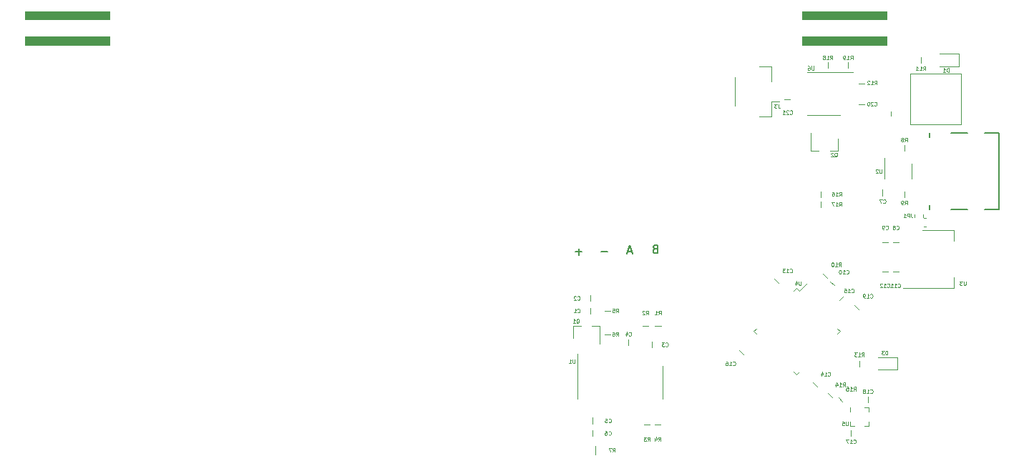
<source format=gbo>
G04 #@! TF.GenerationSoftware,KiCad,Pcbnew,5.1.5-52549c5~84~ubuntu19.10.1*
G04 #@! TF.CreationDate,2020-03-02T03:11:21+01:00*
G04 #@! TF.ProjectId,scale,7363616c-652e-46b6-9963-61645f706362,rev?*
G04 #@! TF.SameCoordinates,Original*
G04 #@! TF.FileFunction,Legend,Bot*
G04 #@! TF.FilePolarity,Positive*
%FSLAX46Y46*%
G04 Gerber Fmt 4.6, Leading zero omitted, Abs format (unit mm)*
G04 Created by KiCad (PCBNEW 5.1.5-52549c5~84~ubuntu19.10.1) date 2020-03-02 03:11:21*
%MOMM*%
%LPD*%
G04 APERTURE LIST*
%ADD10C,0.100000*%
%ADD11C,0.200000*%
%ADD12C,0.120000*%
%ADD13C,0.150000*%
G04 APERTURE END LIST*
D10*
G36*
X123000000Y-99000000D02*
G01*
X113000000Y-99000000D01*
X113000000Y-98000000D01*
X123000000Y-98000000D01*
X123000000Y-99000000D01*
G37*
X123000000Y-99000000D02*
X113000000Y-99000000D01*
X113000000Y-98000000D01*
X123000000Y-98000000D01*
X123000000Y-99000000D01*
G36*
X123000000Y-102000000D02*
G01*
X113000000Y-102000000D01*
X113000000Y-101000000D01*
X123000000Y-101000000D01*
X123000000Y-102000000D01*
G37*
X123000000Y-102000000D02*
X113000000Y-102000000D01*
X113000000Y-101000000D01*
X123000000Y-101000000D01*
X123000000Y-102000000D01*
G36*
X215000000Y-102000000D02*
G01*
X205000000Y-102000000D01*
X205000000Y-101000000D01*
X215000000Y-101000000D01*
X215000000Y-102000000D01*
G37*
X215000000Y-102000000D02*
X205000000Y-102000000D01*
X205000000Y-101000000D01*
X215000000Y-101000000D01*
X215000000Y-102000000D01*
G36*
X215000000Y-99000000D02*
G01*
X205000000Y-99000000D01*
X205000000Y-98000000D01*
X215000000Y-98000000D01*
X215000000Y-99000000D01*
G37*
X215000000Y-99000000D02*
X205000000Y-99000000D01*
X205000000Y-98000000D01*
X215000000Y-98000000D01*
X215000000Y-99000000D01*
D11*
X187578571Y-126153571D02*
X187435714Y-126201190D01*
X187388095Y-126248809D01*
X187340476Y-126344047D01*
X187340476Y-126486904D01*
X187388095Y-126582142D01*
X187435714Y-126629761D01*
X187530952Y-126677380D01*
X187911904Y-126677380D01*
X187911904Y-125677380D01*
X187578571Y-125677380D01*
X187483333Y-125725000D01*
X187435714Y-125772619D01*
X187388095Y-125867857D01*
X187388095Y-125963095D01*
X187435714Y-126058333D01*
X187483333Y-126105952D01*
X187578571Y-126153571D01*
X187911904Y-126153571D01*
X184788095Y-126441666D02*
X184311904Y-126441666D01*
X184883333Y-126727380D02*
X184550000Y-125727380D01*
X184216666Y-126727380D01*
X181980952Y-126496428D02*
X181219047Y-126496428D01*
X178930952Y-126496427D02*
X178169047Y-126496427D01*
X178550000Y-126877379D02*
X178550000Y-126115475D01*
D12*
X215475000Y-109850000D02*
X215474999Y-110350000D01*
X223800000Y-105400000D02*
X217800000Y-105400000D01*
X223800000Y-111400000D02*
X223800000Y-105400000D01*
X217800000Y-111400000D02*
X217800000Y-105400000D01*
X223800000Y-111400000D02*
X217800000Y-111400000D01*
X211650000Y-109000000D02*
X212350000Y-109000000D01*
X197040000Y-109215000D02*
X197040000Y-105785000D01*
X201310000Y-104515000D02*
X201310000Y-106315000D01*
X199860000Y-104515000D02*
X201310000Y-104515000D01*
X201310000Y-108685000D02*
X202300000Y-108685000D01*
X201310000Y-110485000D02*
X201310000Y-108685000D01*
X199860000Y-110485000D02*
X201310000Y-110485000D01*
X219337221Y-123510000D02*
X219662779Y-123510000D01*
X219337221Y-122490000D02*
X219662779Y-122490000D01*
X218240000Y-122412779D02*
X218240000Y-122087221D01*
X219260000Y-122412779D02*
X219260000Y-122087221D01*
X207500000Y-105190000D02*
X210950000Y-105190000D01*
X207500000Y-105190000D02*
X205550000Y-105190000D01*
X207500000Y-110310000D02*
X209450000Y-110310000D01*
X207500000Y-110310000D02*
X205550000Y-110310000D01*
X210400000Y-104050000D02*
X210400000Y-104750000D01*
X208000000Y-104050000D02*
X208000000Y-104750000D01*
X212350000Y-106600000D02*
X211650000Y-106600000D01*
X219000000Y-103450000D02*
X219000000Y-104150000D01*
X223485000Y-104535001D02*
X221200000Y-104535001D01*
X223485000Y-103065001D02*
X223485000Y-104535001D01*
X221200000Y-103065001D02*
X223485000Y-103065001D01*
X202850000Y-108400000D02*
X203550000Y-108400000D01*
X178363223Y-142005329D02*
X178363223Y-138555329D01*
X178363223Y-142005329D02*
X178363223Y-143955329D01*
X188483223Y-142005329D02*
X188483223Y-140055329D01*
X188483223Y-142005329D02*
X188483223Y-143955329D01*
X204636396Y-131111846D02*
X205548564Y-130199678D01*
X204318198Y-130793648D02*
X204636396Y-131111846D01*
X204000000Y-131111846D02*
X204318198Y-130793648D01*
X199212887Y-135898959D02*
X199531085Y-136217157D01*
X199531085Y-135580761D02*
X199212887Y-135898959D01*
X209423509Y-135898959D02*
X209105311Y-135580761D01*
X209105311Y-136217157D02*
X209423509Y-135898959D01*
X204318198Y-141004270D02*
X204000000Y-140686072D01*
X204636396Y-140686072D02*
X204318198Y-141004270D01*
X211141779Y-132823045D02*
X211636753Y-133318019D01*
X210650000Y-144900000D02*
X210650000Y-144900000D01*
X210650000Y-145400000D02*
X210650000Y-144900000D01*
X212350000Y-144900000D02*
X212350000Y-144900000D01*
X212850000Y-144900000D02*
X212350000Y-144900000D01*
X212850000Y-145400000D02*
X212850000Y-144900000D01*
X212850000Y-146600000D02*
X212850000Y-146600000D01*
X212850000Y-147100000D02*
X212850000Y-146600000D01*
X212350000Y-147100000D02*
X212850000Y-147100000D01*
X211150000Y-147100000D02*
X211150000Y-147100000D01*
X210650000Y-147100000D02*
X211150000Y-147100000D01*
X210650000Y-146600000D02*
X210650000Y-147100000D01*
X207165938Y-121234567D02*
X207165938Y-120534567D01*
X207165938Y-119334567D02*
X207165938Y-120034567D01*
X209252513Y-143752513D02*
X209747487Y-144247487D01*
X208497487Y-143747487D02*
X208002513Y-143252513D01*
X211750000Y-139400000D02*
X211750000Y-140100000D01*
X207429469Y-129110735D02*
X207924443Y-129605709D01*
X217050000Y-119350000D02*
X217050000Y-120050000D01*
X217050000Y-114550000D02*
X217050000Y-113850000D01*
X180500000Y-150500000D02*
X180500000Y-149500000D01*
X181573224Y-136255330D02*
X182273224Y-136255330D01*
X182273224Y-133505331D02*
X181573224Y-133505331D01*
X188223223Y-147005330D02*
X187523223Y-147005330D01*
X186948223Y-147005330D02*
X186248223Y-147005330D01*
X186073224Y-135255330D02*
X186773224Y-135255330D01*
X187573223Y-135255330D02*
X188273223Y-135255330D01*
X212750000Y-143650000D02*
X212750000Y-144350000D01*
X210750000Y-147650000D02*
X210750000Y-148350000D01*
X197565329Y-138197057D02*
X198060303Y-138692031D01*
X209868986Y-131762385D02*
X209374012Y-132257359D01*
X206722361Y-142475052D02*
X206227387Y-141980078D01*
X201666548Y-129711775D02*
X202161522Y-130206749D01*
X215150000Y-128850000D02*
X214450000Y-128850000D01*
X216399999Y-128850000D02*
X215699999Y-128850000D01*
X208313352Y-129994618D02*
X208808326Y-130489592D01*
X215150001Y-125350000D02*
X214450001Y-125350000D01*
X216400000Y-125350000D02*
X215700000Y-125350000D01*
X214500000Y-119850000D02*
X214500000Y-119150000D01*
X180173223Y-147655330D02*
X180173223Y-148355330D01*
X180173223Y-146155331D02*
X180173223Y-146855331D01*
X184423224Y-137605330D02*
X184423224Y-136905330D01*
X187173223Y-137855329D02*
X187173223Y-137155329D01*
X179923224Y-131655330D02*
X179923224Y-132355330D01*
X179923224Y-133155330D02*
X179923224Y-133855330D01*
X177843224Y-135245330D02*
X177843224Y-136705330D01*
X181003224Y-135245330D02*
X181003224Y-137405330D01*
X181003224Y-135245330D02*
X180073224Y-135245330D01*
X177843224Y-135245330D02*
X178773224Y-135245330D01*
D13*
X220050000Y-120950000D02*
X220050000Y-121450000D01*
X220050000Y-112450000D02*
X220050000Y-112950000D01*
X222550000Y-112450000D02*
X224550000Y-112450000D01*
X224550000Y-121450000D02*
X222550000Y-121450000D01*
X226550000Y-121450000D02*
X228245000Y-121450000D01*
X228245000Y-112450000D02*
X226550000Y-112450000D01*
X228245000Y-121450000D02*
X228245000Y-112450000D01*
D12*
X216950000Y-130760001D02*
X222960000Y-130760001D01*
X219200000Y-123940001D02*
X222960000Y-123940001D01*
X222960000Y-130760001D02*
X222960000Y-129500001D01*
X222960000Y-123940001D02*
X222960000Y-125200001D01*
X214690000Y-117850000D02*
X214690000Y-115400000D01*
X217910000Y-116050000D02*
X217910000Y-117850000D01*
X209180000Y-114560000D02*
X209180000Y-113100000D01*
X206020000Y-114560000D02*
X206020000Y-112400000D01*
X206020000Y-114560000D02*
X206950000Y-114560000D01*
X209180000Y-114560000D02*
X208250000Y-114560000D01*
X216234999Y-140485000D02*
X213949999Y-140485000D01*
X216234999Y-139015000D02*
X216234999Y-140485000D01*
X213949999Y-139015000D02*
X216234999Y-139015000D01*
D10*
X213539285Y-109160714D02*
X213560714Y-109182142D01*
X213625000Y-109203571D01*
X213667857Y-109203571D01*
X213732142Y-109182142D01*
X213775000Y-109139285D01*
X213796428Y-109096428D01*
X213817857Y-109010714D01*
X213817857Y-108946428D01*
X213796428Y-108860714D01*
X213775000Y-108817857D01*
X213732142Y-108775000D01*
X213667857Y-108753571D01*
X213625000Y-108753571D01*
X213560714Y-108775000D01*
X213539285Y-108796428D01*
X213367857Y-108796428D02*
X213346428Y-108775000D01*
X213303571Y-108753571D01*
X213196428Y-108753571D01*
X213153571Y-108775000D01*
X213132142Y-108796428D01*
X213110714Y-108839285D01*
X213110714Y-108882142D01*
X213132142Y-108946428D01*
X213389285Y-109203571D01*
X213110714Y-109203571D01*
X212832142Y-108753571D02*
X212789285Y-108753571D01*
X212746428Y-108775000D01*
X212725000Y-108796428D01*
X212703571Y-108839285D01*
X212682142Y-108925000D01*
X212682142Y-109032142D01*
X212703571Y-109117857D01*
X212725000Y-109160714D01*
X212746428Y-109182142D01*
X212789285Y-109203571D01*
X212832142Y-109203571D01*
X212875000Y-109182142D01*
X212896428Y-109160714D01*
X212917857Y-109117857D01*
X212939285Y-109032142D01*
X212939285Y-108925000D01*
X212917857Y-108839285D01*
X212896428Y-108796428D01*
X212875000Y-108775000D01*
X212832142Y-108753571D01*
X202150000Y-109003571D02*
X202150000Y-109325000D01*
X202171428Y-109389285D01*
X202214285Y-109432142D01*
X202278571Y-109453571D01*
X202321428Y-109453571D01*
X201978571Y-109003571D02*
X201700000Y-109003571D01*
X201850000Y-109175000D01*
X201785714Y-109175000D01*
X201742857Y-109196428D01*
X201721428Y-109217857D01*
X201700000Y-109260714D01*
X201700000Y-109367857D01*
X201721428Y-109410714D01*
X201742857Y-109432142D01*
X201785714Y-109453571D01*
X201914285Y-109453571D01*
X201957142Y-109432142D01*
X201978571Y-109410714D01*
X217875000Y-122003571D02*
X217875000Y-122325000D01*
X217896428Y-122389285D01*
X217939285Y-122432142D01*
X218003571Y-122453571D01*
X218046428Y-122453571D01*
X217660714Y-122453571D02*
X217660714Y-122003571D01*
X217489285Y-122003571D01*
X217446428Y-122025000D01*
X217425000Y-122046428D01*
X217403571Y-122089285D01*
X217403571Y-122153571D01*
X217425000Y-122196428D01*
X217446428Y-122217857D01*
X217489285Y-122239285D01*
X217660714Y-122239285D01*
X216975000Y-122453571D02*
X217232142Y-122453571D01*
X217103571Y-122453571D02*
X217103571Y-122003571D01*
X217146428Y-122067857D01*
X217189285Y-122110714D01*
X217232142Y-122132142D01*
X206342857Y-104503571D02*
X206342857Y-104867857D01*
X206321428Y-104910714D01*
X206300000Y-104932142D01*
X206257142Y-104953571D01*
X206171428Y-104953571D01*
X206128571Y-104932142D01*
X206107142Y-104910714D01*
X206085714Y-104867857D01*
X206085714Y-104503571D01*
X205678571Y-104503571D02*
X205764285Y-104503571D01*
X205807142Y-104525000D01*
X205828571Y-104546428D01*
X205871428Y-104610714D01*
X205892857Y-104696428D01*
X205892857Y-104867857D01*
X205871428Y-104910714D01*
X205850000Y-104932142D01*
X205807142Y-104953571D01*
X205721428Y-104953571D01*
X205678571Y-104932142D01*
X205657142Y-104910714D01*
X205635714Y-104867857D01*
X205635714Y-104760714D01*
X205657142Y-104717857D01*
X205678571Y-104696428D01*
X205721428Y-104675000D01*
X205807142Y-104675000D01*
X205850000Y-104696428D01*
X205871428Y-104717857D01*
X205892857Y-104760714D01*
X210689285Y-103703571D02*
X210839285Y-103489285D01*
X210946428Y-103703571D02*
X210946428Y-103253571D01*
X210775000Y-103253571D01*
X210732142Y-103275000D01*
X210710714Y-103296428D01*
X210689285Y-103339285D01*
X210689285Y-103403571D01*
X210710714Y-103446428D01*
X210732142Y-103467857D01*
X210775000Y-103489285D01*
X210946428Y-103489285D01*
X210260714Y-103703571D02*
X210517857Y-103703571D01*
X210389285Y-103703571D02*
X210389285Y-103253571D01*
X210432142Y-103317857D01*
X210475000Y-103360714D01*
X210517857Y-103382142D01*
X210046428Y-103703571D02*
X209960714Y-103703571D01*
X209917857Y-103682142D01*
X209896428Y-103660714D01*
X209853571Y-103596428D01*
X209832142Y-103510714D01*
X209832142Y-103339285D01*
X209853571Y-103296428D01*
X209875000Y-103275000D01*
X209917857Y-103253571D01*
X210003571Y-103253571D01*
X210046428Y-103275000D01*
X210067857Y-103296428D01*
X210089285Y-103339285D01*
X210089285Y-103446428D01*
X210067857Y-103489285D01*
X210046428Y-103510714D01*
X210003571Y-103532142D01*
X209917857Y-103532142D01*
X209875000Y-103510714D01*
X209853571Y-103489285D01*
X209832142Y-103446428D01*
X208289285Y-103703571D02*
X208439285Y-103489285D01*
X208546428Y-103703571D02*
X208546428Y-103253571D01*
X208375000Y-103253571D01*
X208332142Y-103275000D01*
X208310714Y-103296428D01*
X208289285Y-103339285D01*
X208289285Y-103403571D01*
X208310714Y-103446428D01*
X208332142Y-103467857D01*
X208375000Y-103489285D01*
X208546428Y-103489285D01*
X207860714Y-103703571D02*
X208117857Y-103703571D01*
X207989285Y-103703571D02*
X207989285Y-103253571D01*
X208032142Y-103317857D01*
X208075000Y-103360714D01*
X208117857Y-103382142D01*
X207603571Y-103446428D02*
X207646428Y-103425000D01*
X207667857Y-103403571D01*
X207689285Y-103360714D01*
X207689285Y-103339285D01*
X207667857Y-103296428D01*
X207646428Y-103275000D01*
X207603571Y-103253571D01*
X207517857Y-103253571D01*
X207475000Y-103275000D01*
X207453571Y-103296428D01*
X207432142Y-103339285D01*
X207432142Y-103360714D01*
X207453571Y-103403571D01*
X207475000Y-103425000D01*
X207517857Y-103446428D01*
X207603571Y-103446428D01*
X207646428Y-103467857D01*
X207667857Y-103489285D01*
X207689285Y-103532142D01*
X207689285Y-103617857D01*
X207667857Y-103660714D01*
X207646428Y-103682142D01*
X207603571Y-103703571D01*
X207517857Y-103703571D01*
X207475000Y-103682142D01*
X207453571Y-103660714D01*
X207432142Y-103617857D01*
X207432142Y-103532142D01*
X207453571Y-103489285D01*
X207475000Y-103467857D01*
X207517857Y-103446428D01*
X213539285Y-106703571D02*
X213689285Y-106489285D01*
X213796428Y-106703571D02*
X213796428Y-106253571D01*
X213625000Y-106253571D01*
X213582142Y-106275000D01*
X213560714Y-106296428D01*
X213539285Y-106339285D01*
X213539285Y-106403571D01*
X213560714Y-106446428D01*
X213582142Y-106467857D01*
X213625000Y-106489285D01*
X213796428Y-106489285D01*
X213110714Y-106703571D02*
X213367857Y-106703571D01*
X213239285Y-106703571D02*
X213239285Y-106253571D01*
X213282142Y-106317857D01*
X213325000Y-106360714D01*
X213367857Y-106382142D01*
X212939285Y-106296428D02*
X212917857Y-106275000D01*
X212875000Y-106253571D01*
X212767857Y-106253571D01*
X212725000Y-106275000D01*
X212703571Y-106296428D01*
X212682142Y-106339285D01*
X212682142Y-106382142D01*
X212703571Y-106446428D01*
X212960714Y-106703571D01*
X212682142Y-106703571D01*
X219289285Y-105003571D02*
X219439285Y-104789285D01*
X219546428Y-105003571D02*
X219546428Y-104553571D01*
X219375000Y-104553571D01*
X219332142Y-104575000D01*
X219310714Y-104596428D01*
X219289285Y-104639285D01*
X219289285Y-104703571D01*
X219310714Y-104746428D01*
X219332142Y-104767857D01*
X219375000Y-104789285D01*
X219546428Y-104789285D01*
X218860714Y-105003571D02*
X219117857Y-105003571D01*
X218989285Y-105003571D02*
X218989285Y-104553571D01*
X219032142Y-104617857D01*
X219075000Y-104660714D01*
X219117857Y-104682142D01*
X218432142Y-105003571D02*
X218689285Y-105003571D01*
X218560714Y-105003571D02*
X218560714Y-104553571D01*
X218603571Y-104617857D01*
X218646428Y-104660714D01*
X218689285Y-104682142D01*
X222332142Y-105203571D02*
X222332142Y-104753571D01*
X222225000Y-104753571D01*
X222160714Y-104775000D01*
X222117857Y-104817857D01*
X222096428Y-104860714D01*
X222075000Y-104946428D01*
X222075000Y-105010714D01*
X222096428Y-105096428D01*
X222117857Y-105139285D01*
X222160714Y-105182142D01*
X222225000Y-105203571D01*
X222332142Y-105203571D01*
X221646428Y-105203571D02*
X221903571Y-105203571D01*
X221775000Y-105203571D02*
X221775000Y-104753571D01*
X221817857Y-104817857D01*
X221860714Y-104860714D01*
X221903571Y-104882142D01*
X203539285Y-110160714D02*
X203560714Y-110182142D01*
X203625000Y-110203571D01*
X203667857Y-110203571D01*
X203732142Y-110182142D01*
X203775000Y-110139285D01*
X203796428Y-110096428D01*
X203817857Y-110010714D01*
X203817857Y-109946428D01*
X203796428Y-109860714D01*
X203775000Y-109817857D01*
X203732142Y-109775000D01*
X203667857Y-109753571D01*
X203625000Y-109753571D01*
X203560714Y-109775000D01*
X203539285Y-109796428D01*
X203367857Y-109796428D02*
X203346428Y-109775000D01*
X203303571Y-109753571D01*
X203196428Y-109753571D01*
X203153571Y-109775000D01*
X203132142Y-109796428D01*
X203110714Y-109839285D01*
X203110714Y-109882142D01*
X203132142Y-109946428D01*
X203389285Y-110203571D01*
X203110714Y-110203571D01*
X202682142Y-110203571D02*
X202939285Y-110203571D01*
X202810714Y-110203571D02*
X202810714Y-109753571D01*
X202853571Y-109817857D01*
X202896428Y-109860714D01*
X202939285Y-109882142D01*
X178092857Y-139253571D02*
X178092857Y-139617857D01*
X178071428Y-139660714D01*
X178050000Y-139682142D01*
X178007142Y-139703571D01*
X177921428Y-139703571D01*
X177878571Y-139682142D01*
X177857142Y-139660714D01*
X177835714Y-139617857D01*
X177835714Y-139253571D01*
X177385714Y-139703571D02*
X177642857Y-139703571D01*
X177514285Y-139703571D02*
X177514285Y-139253571D01*
X177557142Y-139317857D01*
X177600000Y-139360714D01*
X177642857Y-139382142D01*
X204842857Y-130003571D02*
X204842857Y-130367857D01*
X204821428Y-130410714D01*
X204800000Y-130432142D01*
X204757142Y-130453571D01*
X204671428Y-130453571D01*
X204628571Y-130432142D01*
X204607142Y-130410714D01*
X204585714Y-130367857D01*
X204585714Y-130003571D01*
X204178571Y-130153571D02*
X204178571Y-130453571D01*
X204285714Y-129982142D02*
X204392857Y-130303571D01*
X204114285Y-130303571D01*
X213039285Y-131910714D02*
X213060714Y-131932142D01*
X213125000Y-131953571D01*
X213167857Y-131953571D01*
X213232142Y-131932142D01*
X213275000Y-131889285D01*
X213296428Y-131846428D01*
X213317857Y-131760714D01*
X213317857Y-131696428D01*
X213296428Y-131610714D01*
X213275000Y-131567857D01*
X213232142Y-131525000D01*
X213167857Y-131503571D01*
X213125000Y-131503571D01*
X213060714Y-131525000D01*
X213039285Y-131546428D01*
X212610714Y-131953571D02*
X212867857Y-131953571D01*
X212739285Y-131953571D02*
X212739285Y-131503571D01*
X212782142Y-131567857D01*
X212825000Y-131610714D01*
X212867857Y-131632142D01*
X212396428Y-131953571D02*
X212310714Y-131953571D01*
X212267857Y-131932142D01*
X212246428Y-131910714D01*
X212203571Y-131846428D01*
X212182142Y-131760714D01*
X212182142Y-131589285D01*
X212203571Y-131546428D01*
X212225000Y-131525000D01*
X212267857Y-131503571D01*
X212353571Y-131503571D01*
X212396428Y-131525000D01*
X212417857Y-131546428D01*
X212439285Y-131589285D01*
X212439285Y-131696428D01*
X212417857Y-131739285D01*
X212396428Y-131760714D01*
X212353571Y-131782142D01*
X212267857Y-131782142D01*
X212225000Y-131760714D01*
X212203571Y-131739285D01*
X212182142Y-131696428D01*
X210392857Y-146603571D02*
X210392857Y-146967857D01*
X210371428Y-147010714D01*
X210350000Y-147032142D01*
X210307142Y-147053571D01*
X210221428Y-147053571D01*
X210178571Y-147032142D01*
X210157142Y-147010714D01*
X210135714Y-146967857D01*
X210135714Y-146603571D01*
X209707142Y-146603571D02*
X209921428Y-146603571D01*
X209942857Y-146817857D01*
X209921428Y-146796428D01*
X209878571Y-146775000D01*
X209771428Y-146775000D01*
X209728571Y-146796428D01*
X209707142Y-146817857D01*
X209685714Y-146860714D01*
X209685714Y-146967857D01*
X209707142Y-147010714D01*
X209728571Y-147032142D01*
X209771428Y-147053571D01*
X209878571Y-147053571D01*
X209921428Y-147032142D01*
X209942857Y-147010714D01*
X209355223Y-121088138D02*
X209505223Y-120873852D01*
X209612366Y-121088138D02*
X209612366Y-120638138D01*
X209440938Y-120638138D01*
X209398080Y-120659567D01*
X209376652Y-120680995D01*
X209355223Y-120723852D01*
X209355223Y-120788138D01*
X209376652Y-120830995D01*
X209398080Y-120852424D01*
X209440938Y-120873852D01*
X209612366Y-120873852D01*
X208926652Y-121088138D02*
X209183795Y-121088138D01*
X209055223Y-121088138D02*
X209055223Y-120638138D01*
X209098080Y-120702424D01*
X209140938Y-120745281D01*
X209183795Y-120766709D01*
X208776652Y-120638138D02*
X208476652Y-120638138D01*
X208669509Y-121088138D01*
X209355223Y-119888138D02*
X209505223Y-119673852D01*
X209612366Y-119888138D02*
X209612366Y-119438138D01*
X209440938Y-119438138D01*
X209398080Y-119459567D01*
X209376652Y-119480995D01*
X209355223Y-119523852D01*
X209355223Y-119588138D01*
X209376652Y-119630995D01*
X209398080Y-119652424D01*
X209440938Y-119673852D01*
X209612366Y-119673852D01*
X208926652Y-119888138D02*
X209183795Y-119888138D01*
X209055223Y-119888138D02*
X209055223Y-119438138D01*
X209098080Y-119502424D01*
X209140938Y-119545281D01*
X209183795Y-119566709D01*
X208540938Y-119438138D02*
X208626652Y-119438138D01*
X208669509Y-119459567D01*
X208690938Y-119480995D01*
X208733795Y-119545281D01*
X208755223Y-119630995D01*
X208755223Y-119802424D01*
X208733795Y-119845281D01*
X208712366Y-119866709D01*
X208669509Y-119888138D01*
X208583795Y-119888138D01*
X208540938Y-119866709D01*
X208519509Y-119845281D01*
X208498080Y-119802424D01*
X208498080Y-119695281D01*
X208519509Y-119652424D01*
X208540938Y-119630995D01*
X208583795Y-119609567D01*
X208669509Y-119609567D01*
X208712366Y-119630995D01*
X208733795Y-119652424D01*
X208755223Y-119695281D01*
X211039285Y-142953571D02*
X211189285Y-142739285D01*
X211296428Y-142953571D02*
X211296428Y-142503571D01*
X211125000Y-142503571D01*
X211082142Y-142525000D01*
X211060714Y-142546428D01*
X211039285Y-142589285D01*
X211039285Y-142653571D01*
X211060714Y-142696428D01*
X211082142Y-142717857D01*
X211125000Y-142739285D01*
X211296428Y-142739285D01*
X210610714Y-142953571D02*
X210867857Y-142953571D01*
X210739285Y-142953571D02*
X210739285Y-142503571D01*
X210782142Y-142567857D01*
X210825000Y-142610714D01*
X210867857Y-142632142D01*
X210203571Y-142503571D02*
X210417857Y-142503571D01*
X210439285Y-142717857D01*
X210417857Y-142696428D01*
X210375000Y-142675000D01*
X210267857Y-142675000D01*
X210225000Y-142696428D01*
X210203571Y-142717857D01*
X210182142Y-142760714D01*
X210182142Y-142867857D01*
X210203571Y-142910714D01*
X210225000Y-142932142D01*
X210267857Y-142953571D01*
X210375000Y-142953571D01*
X210417857Y-142932142D01*
X210439285Y-142910714D01*
X209789285Y-142453571D02*
X209939285Y-142239285D01*
X210046428Y-142453571D02*
X210046428Y-142003571D01*
X209875000Y-142003571D01*
X209832142Y-142025000D01*
X209810714Y-142046428D01*
X209789285Y-142089285D01*
X209789285Y-142153571D01*
X209810714Y-142196428D01*
X209832142Y-142217857D01*
X209875000Y-142239285D01*
X210046428Y-142239285D01*
X209360714Y-142453571D02*
X209617857Y-142453571D01*
X209489285Y-142453571D02*
X209489285Y-142003571D01*
X209532142Y-142067857D01*
X209575000Y-142110714D01*
X209617857Y-142132142D01*
X208975000Y-142153571D02*
X208975000Y-142453571D01*
X209082142Y-141982142D02*
X209189285Y-142303571D01*
X208910714Y-142303571D01*
X212039285Y-138903571D02*
X212189285Y-138689285D01*
X212296428Y-138903571D02*
X212296428Y-138453571D01*
X212125000Y-138453571D01*
X212082142Y-138475000D01*
X212060714Y-138496428D01*
X212039285Y-138539285D01*
X212039285Y-138603571D01*
X212060714Y-138646428D01*
X212082142Y-138667857D01*
X212125000Y-138689285D01*
X212296428Y-138689285D01*
X211610714Y-138903571D02*
X211867857Y-138903571D01*
X211739285Y-138903571D02*
X211739285Y-138453571D01*
X211782142Y-138517857D01*
X211825000Y-138560714D01*
X211867857Y-138582142D01*
X211460714Y-138453571D02*
X211182142Y-138453571D01*
X211332142Y-138625000D01*
X211267857Y-138625000D01*
X211225000Y-138646428D01*
X211203571Y-138667857D01*
X211182142Y-138710714D01*
X211182142Y-138817857D01*
X211203571Y-138860714D01*
X211225000Y-138882142D01*
X211267857Y-138903571D01*
X211396428Y-138903571D01*
X211439285Y-138882142D01*
X211460714Y-138860714D01*
X209309744Y-128218290D02*
X209459744Y-128004004D01*
X209566887Y-128218290D02*
X209566887Y-127768290D01*
X209395459Y-127768290D01*
X209352601Y-127789719D01*
X209331173Y-127811147D01*
X209309744Y-127854004D01*
X209309744Y-127918290D01*
X209331173Y-127961147D01*
X209352601Y-127982576D01*
X209395459Y-128004004D01*
X209566887Y-128004004D01*
X208881173Y-128218290D02*
X209138316Y-128218290D01*
X209009744Y-128218290D02*
X209009744Y-127768290D01*
X209052601Y-127832576D01*
X209095459Y-127875433D01*
X209138316Y-127896861D01*
X208602601Y-127768290D02*
X208559744Y-127768290D01*
X208516887Y-127789719D01*
X208495459Y-127811147D01*
X208474030Y-127854004D01*
X208452601Y-127939719D01*
X208452601Y-128046861D01*
X208474030Y-128132576D01*
X208495459Y-128175433D01*
X208516887Y-128196861D01*
X208559744Y-128218290D01*
X208602601Y-128218290D01*
X208645459Y-128196861D01*
X208666887Y-128175433D01*
X208688316Y-128132576D01*
X208709744Y-128046861D01*
X208709744Y-127939719D01*
X208688316Y-127854004D01*
X208666887Y-127811147D01*
X208645459Y-127789719D01*
X208602601Y-127768290D01*
X217125000Y-120903571D02*
X217275000Y-120689285D01*
X217382142Y-120903571D02*
X217382142Y-120453571D01*
X217210714Y-120453571D01*
X217167857Y-120475000D01*
X217146428Y-120496428D01*
X217125000Y-120539285D01*
X217125000Y-120603571D01*
X217146428Y-120646428D01*
X217167857Y-120667857D01*
X217210714Y-120689285D01*
X217382142Y-120689285D01*
X216910714Y-120903571D02*
X216825000Y-120903571D01*
X216782142Y-120882142D01*
X216760714Y-120860714D01*
X216717857Y-120796428D01*
X216696428Y-120710714D01*
X216696428Y-120539285D01*
X216717857Y-120496428D01*
X216739285Y-120475000D01*
X216782142Y-120453571D01*
X216867857Y-120453571D01*
X216910714Y-120475000D01*
X216932142Y-120496428D01*
X216953571Y-120539285D01*
X216953571Y-120646428D01*
X216932142Y-120689285D01*
X216910714Y-120710714D01*
X216867857Y-120732142D01*
X216782142Y-120732142D01*
X216739285Y-120710714D01*
X216717857Y-120689285D01*
X216696428Y-120646428D01*
X217125000Y-113453571D02*
X217275000Y-113239285D01*
X217382142Y-113453571D02*
X217382142Y-113003571D01*
X217210714Y-113003571D01*
X217167857Y-113025000D01*
X217146428Y-113046428D01*
X217125000Y-113089285D01*
X217125000Y-113153571D01*
X217146428Y-113196428D01*
X217167857Y-113217857D01*
X217210714Y-113239285D01*
X217382142Y-113239285D01*
X216867857Y-113196428D02*
X216910714Y-113175000D01*
X216932142Y-113153571D01*
X216953571Y-113110714D01*
X216953571Y-113089285D01*
X216932142Y-113046428D01*
X216910714Y-113025000D01*
X216867857Y-113003571D01*
X216782142Y-113003571D01*
X216739285Y-113025000D01*
X216717857Y-113046428D01*
X216696428Y-113089285D01*
X216696428Y-113110714D01*
X216717857Y-113153571D01*
X216739285Y-113175000D01*
X216782142Y-113196428D01*
X216867857Y-113196428D01*
X216910714Y-113217857D01*
X216932142Y-113239285D01*
X216953571Y-113282142D01*
X216953571Y-113367857D01*
X216932142Y-113410714D01*
X216910714Y-113432142D01*
X216867857Y-113453571D01*
X216782142Y-113453571D01*
X216739285Y-113432142D01*
X216717857Y-113410714D01*
X216696428Y-113367857D01*
X216696428Y-113282142D01*
X216717857Y-113239285D01*
X216739285Y-113217857D01*
X216782142Y-113196428D01*
X182575000Y-150203571D02*
X182725000Y-149989285D01*
X182832142Y-150203571D02*
X182832142Y-149753571D01*
X182660714Y-149753571D01*
X182617857Y-149775000D01*
X182596428Y-149796428D01*
X182575000Y-149839285D01*
X182575000Y-149903571D01*
X182596428Y-149946428D01*
X182617857Y-149967857D01*
X182660714Y-149989285D01*
X182832142Y-149989285D01*
X182425000Y-149753571D02*
X182125000Y-149753571D01*
X182317857Y-150203571D01*
X182948224Y-136458901D02*
X183098224Y-136244615D01*
X183205366Y-136458901D02*
X183205366Y-136008901D01*
X183033938Y-136008901D01*
X182991081Y-136030330D01*
X182969652Y-136051758D01*
X182948224Y-136094615D01*
X182948224Y-136158901D01*
X182969652Y-136201758D01*
X182991081Y-136223187D01*
X183033938Y-136244615D01*
X183205366Y-136244615D01*
X182562509Y-136008901D02*
X182648224Y-136008901D01*
X182691081Y-136030330D01*
X182712509Y-136051758D01*
X182755366Y-136116044D01*
X182776795Y-136201758D01*
X182776795Y-136373187D01*
X182755366Y-136416044D01*
X182733938Y-136437472D01*
X182691081Y-136458901D01*
X182605366Y-136458901D01*
X182562509Y-136437472D01*
X182541081Y-136416044D01*
X182519652Y-136373187D01*
X182519652Y-136266044D01*
X182541081Y-136223187D01*
X182562509Y-136201758D01*
X182605366Y-136180330D01*
X182691081Y-136180330D01*
X182733938Y-136201758D01*
X182755366Y-136223187D01*
X182776795Y-136266044D01*
X182948224Y-133703571D02*
X183098224Y-133489285D01*
X183205366Y-133703571D02*
X183205366Y-133253571D01*
X183033938Y-133253571D01*
X182991081Y-133275000D01*
X182969652Y-133296428D01*
X182948224Y-133339285D01*
X182948224Y-133403571D01*
X182969652Y-133446428D01*
X182991081Y-133467857D01*
X183033938Y-133489285D01*
X183205366Y-133489285D01*
X182541081Y-133253571D02*
X182755366Y-133253571D01*
X182776795Y-133467857D01*
X182755366Y-133446428D01*
X182712509Y-133425000D01*
X182605366Y-133425000D01*
X182562509Y-133446428D01*
X182541081Y-133467857D01*
X182519652Y-133510714D01*
X182519652Y-133617857D01*
X182541081Y-133660714D01*
X182562509Y-133682142D01*
X182605366Y-133703571D01*
X182712509Y-133703571D01*
X182755366Y-133682142D01*
X182776795Y-133660714D01*
X187948223Y-148908901D02*
X188098223Y-148694615D01*
X188205365Y-148908901D02*
X188205365Y-148458901D01*
X188033937Y-148458901D01*
X187991080Y-148480330D01*
X187969651Y-148501758D01*
X187948223Y-148544615D01*
X187948223Y-148608901D01*
X187969651Y-148651758D01*
X187991080Y-148673187D01*
X188033937Y-148694615D01*
X188205365Y-148694615D01*
X187562508Y-148608901D02*
X187562508Y-148908901D01*
X187669651Y-148437472D02*
X187776794Y-148758901D01*
X187498223Y-148758901D01*
X186673223Y-148908901D02*
X186823223Y-148694615D01*
X186930365Y-148908901D02*
X186930365Y-148458901D01*
X186758937Y-148458901D01*
X186716080Y-148480330D01*
X186694651Y-148501758D01*
X186673223Y-148544615D01*
X186673223Y-148608901D01*
X186694651Y-148651758D01*
X186716080Y-148673187D01*
X186758937Y-148694615D01*
X186930365Y-148694615D01*
X186523223Y-148458901D02*
X186244651Y-148458901D01*
X186394651Y-148630330D01*
X186330365Y-148630330D01*
X186287508Y-148651758D01*
X186266080Y-148673187D01*
X186244651Y-148716044D01*
X186244651Y-148823187D01*
X186266080Y-148866044D01*
X186287508Y-148887472D01*
X186330365Y-148908901D01*
X186458937Y-148908901D01*
X186501794Y-148887472D01*
X186523223Y-148866044D01*
X186498224Y-133953571D02*
X186648224Y-133739285D01*
X186755366Y-133953571D02*
X186755366Y-133503571D01*
X186583938Y-133503571D01*
X186541081Y-133525000D01*
X186519652Y-133546428D01*
X186498224Y-133589285D01*
X186498224Y-133653571D01*
X186519652Y-133696428D01*
X186541081Y-133717857D01*
X186583938Y-133739285D01*
X186755366Y-133739285D01*
X186326795Y-133546428D02*
X186305366Y-133525000D01*
X186262509Y-133503571D01*
X186155366Y-133503571D01*
X186112509Y-133525000D01*
X186091081Y-133546428D01*
X186069652Y-133589285D01*
X186069652Y-133632142D01*
X186091081Y-133696428D01*
X186348224Y-133953571D01*
X186069652Y-133953571D01*
X187998223Y-133953571D02*
X188148223Y-133739285D01*
X188255365Y-133953571D02*
X188255365Y-133503571D01*
X188083937Y-133503571D01*
X188041080Y-133525000D01*
X188019651Y-133546428D01*
X187998223Y-133589285D01*
X187998223Y-133653571D01*
X188019651Y-133696428D01*
X188041080Y-133717857D01*
X188083937Y-133739285D01*
X188255365Y-133739285D01*
X187569651Y-133953571D02*
X187826794Y-133953571D01*
X187698223Y-133953571D02*
X187698223Y-133503571D01*
X187741080Y-133567857D01*
X187783937Y-133610714D01*
X187826794Y-133632142D01*
X213039285Y-143210714D02*
X213060714Y-143232142D01*
X213125000Y-143253571D01*
X213167857Y-143253571D01*
X213232142Y-143232142D01*
X213275000Y-143189285D01*
X213296428Y-143146428D01*
X213317857Y-143060714D01*
X213317857Y-142996428D01*
X213296428Y-142910714D01*
X213275000Y-142867857D01*
X213232142Y-142825000D01*
X213167857Y-142803571D01*
X213125000Y-142803571D01*
X213060714Y-142825000D01*
X213039285Y-142846428D01*
X212610714Y-143253571D02*
X212867857Y-143253571D01*
X212739285Y-143253571D02*
X212739285Y-142803571D01*
X212782142Y-142867857D01*
X212825000Y-142910714D01*
X212867857Y-142932142D01*
X212353571Y-142996428D02*
X212396428Y-142975000D01*
X212417857Y-142953571D01*
X212439285Y-142910714D01*
X212439285Y-142889285D01*
X212417857Y-142846428D01*
X212396428Y-142825000D01*
X212353571Y-142803571D01*
X212267857Y-142803571D01*
X212225000Y-142825000D01*
X212203571Y-142846428D01*
X212182142Y-142889285D01*
X212182142Y-142910714D01*
X212203571Y-142953571D01*
X212225000Y-142975000D01*
X212267857Y-142996428D01*
X212353571Y-142996428D01*
X212396428Y-143017857D01*
X212417857Y-143039285D01*
X212439285Y-143082142D01*
X212439285Y-143167857D01*
X212417857Y-143210714D01*
X212396428Y-143232142D01*
X212353571Y-143253571D01*
X212267857Y-143253571D01*
X212225000Y-143232142D01*
X212203571Y-143210714D01*
X212182142Y-143167857D01*
X212182142Y-143082142D01*
X212203571Y-143039285D01*
X212225000Y-143017857D01*
X212267857Y-142996428D01*
X211039285Y-149160714D02*
X211060714Y-149182142D01*
X211125000Y-149203571D01*
X211167857Y-149203571D01*
X211232142Y-149182142D01*
X211275000Y-149139285D01*
X211296428Y-149096428D01*
X211317857Y-149010714D01*
X211317857Y-148946428D01*
X211296428Y-148860714D01*
X211275000Y-148817857D01*
X211232142Y-148775000D01*
X211167857Y-148753571D01*
X211125000Y-148753571D01*
X211060714Y-148775000D01*
X211039285Y-148796428D01*
X210610714Y-149203571D02*
X210867857Y-149203571D01*
X210739285Y-149203571D02*
X210739285Y-148753571D01*
X210782142Y-148817857D01*
X210825000Y-148860714D01*
X210867857Y-148882142D01*
X210460714Y-148753571D02*
X210160714Y-148753571D01*
X210353571Y-149203571D01*
X196789285Y-139910714D02*
X196810714Y-139932142D01*
X196875000Y-139953571D01*
X196917857Y-139953571D01*
X196982142Y-139932142D01*
X197025000Y-139889285D01*
X197046428Y-139846428D01*
X197067857Y-139760714D01*
X197067857Y-139696428D01*
X197046428Y-139610714D01*
X197025000Y-139567857D01*
X196982142Y-139525000D01*
X196917857Y-139503571D01*
X196875000Y-139503571D01*
X196810714Y-139525000D01*
X196789285Y-139546428D01*
X196360714Y-139953571D02*
X196617857Y-139953571D01*
X196489285Y-139953571D02*
X196489285Y-139503571D01*
X196532142Y-139567857D01*
X196575000Y-139610714D01*
X196617857Y-139632142D01*
X195975000Y-139503571D02*
X196060714Y-139503571D01*
X196103571Y-139525000D01*
X196125000Y-139546428D01*
X196167857Y-139610714D01*
X196189285Y-139696428D01*
X196189285Y-139867857D01*
X196167857Y-139910714D01*
X196146428Y-139932142D01*
X196103571Y-139953571D01*
X196017857Y-139953571D01*
X195975000Y-139932142D01*
X195953571Y-139910714D01*
X195932142Y-139867857D01*
X195932142Y-139760714D01*
X195953571Y-139717857D01*
X195975000Y-139696428D01*
X196017857Y-139675000D01*
X196103571Y-139675000D01*
X196146428Y-139696428D01*
X196167857Y-139717857D01*
X196189285Y-139760714D01*
X210794667Y-131286703D02*
X210816096Y-131308131D01*
X210880382Y-131329560D01*
X210923239Y-131329560D01*
X210987524Y-131308131D01*
X211030382Y-131265274D01*
X211051810Y-131222417D01*
X211073239Y-131136703D01*
X211073239Y-131072417D01*
X211051810Y-130986703D01*
X211030382Y-130943846D01*
X210987524Y-130900989D01*
X210923239Y-130879560D01*
X210880382Y-130879560D01*
X210816096Y-130900989D01*
X210794667Y-130922417D01*
X210366096Y-131329560D02*
X210623239Y-131329560D01*
X210494667Y-131329560D02*
X210494667Y-130879560D01*
X210537524Y-130943846D01*
X210580382Y-130986703D01*
X210623239Y-131008131D01*
X209958953Y-130879560D02*
X210173239Y-130879560D01*
X210194667Y-131093846D01*
X210173239Y-131072417D01*
X210130382Y-131050989D01*
X210023239Y-131050989D01*
X209980382Y-131072417D01*
X209958953Y-131093846D01*
X209937524Y-131136703D01*
X209937524Y-131243846D01*
X209958953Y-131286703D01*
X209980382Y-131308131D01*
X210023239Y-131329560D01*
X210130382Y-131329560D01*
X210173239Y-131308131D01*
X210194667Y-131286703D01*
X208039285Y-141160714D02*
X208060714Y-141182142D01*
X208125000Y-141203571D01*
X208167857Y-141203571D01*
X208232142Y-141182142D01*
X208275000Y-141139285D01*
X208296428Y-141096428D01*
X208317857Y-141010714D01*
X208317857Y-140946428D01*
X208296428Y-140860714D01*
X208275000Y-140817857D01*
X208232142Y-140775000D01*
X208167857Y-140753571D01*
X208125000Y-140753571D01*
X208060714Y-140775000D01*
X208039285Y-140796428D01*
X207610714Y-141203571D02*
X207867857Y-141203571D01*
X207739285Y-141203571D02*
X207739285Y-140753571D01*
X207782142Y-140817857D01*
X207825000Y-140860714D01*
X207867857Y-140882142D01*
X207225000Y-140903571D02*
X207225000Y-141203571D01*
X207332142Y-140732142D02*
X207439285Y-141053571D01*
X207160714Y-141053571D01*
X203539285Y-128910714D02*
X203560714Y-128932142D01*
X203625000Y-128953571D01*
X203667857Y-128953571D01*
X203732142Y-128932142D01*
X203775000Y-128889285D01*
X203796428Y-128846428D01*
X203817857Y-128760714D01*
X203817857Y-128696428D01*
X203796428Y-128610714D01*
X203775000Y-128567857D01*
X203732142Y-128525000D01*
X203667857Y-128503571D01*
X203625000Y-128503571D01*
X203560714Y-128525000D01*
X203539285Y-128546428D01*
X203110714Y-128953571D02*
X203367857Y-128953571D01*
X203239285Y-128953571D02*
X203239285Y-128503571D01*
X203282142Y-128567857D01*
X203325000Y-128610714D01*
X203367857Y-128632142D01*
X202960714Y-128503571D02*
X202682142Y-128503571D01*
X202832142Y-128675000D01*
X202767857Y-128675000D01*
X202725000Y-128696428D01*
X202703571Y-128717857D01*
X202682142Y-128760714D01*
X202682142Y-128867857D01*
X202703571Y-128910714D01*
X202725000Y-128932142D01*
X202767857Y-128953571D01*
X202896428Y-128953571D01*
X202939285Y-128932142D01*
X202960714Y-128910714D01*
X215039285Y-130660714D02*
X215060714Y-130682142D01*
X215125000Y-130703571D01*
X215167857Y-130703571D01*
X215232142Y-130682142D01*
X215275000Y-130639285D01*
X215296428Y-130596428D01*
X215317857Y-130510714D01*
X215317857Y-130446428D01*
X215296428Y-130360714D01*
X215275000Y-130317857D01*
X215232142Y-130275000D01*
X215167857Y-130253571D01*
X215125000Y-130253571D01*
X215060714Y-130275000D01*
X215039285Y-130296428D01*
X214610714Y-130703571D02*
X214867857Y-130703571D01*
X214739285Y-130703571D02*
X214739285Y-130253571D01*
X214782142Y-130317857D01*
X214825000Y-130360714D01*
X214867857Y-130382142D01*
X214439285Y-130296428D02*
X214417857Y-130275000D01*
X214375000Y-130253571D01*
X214267857Y-130253571D01*
X214225000Y-130275000D01*
X214203571Y-130296428D01*
X214182142Y-130339285D01*
X214182142Y-130382142D01*
X214203571Y-130446428D01*
X214460714Y-130703571D01*
X214182142Y-130703571D01*
X216289285Y-130660714D02*
X216310714Y-130682142D01*
X216375000Y-130703571D01*
X216417857Y-130703571D01*
X216482142Y-130682142D01*
X216525000Y-130639285D01*
X216546428Y-130596428D01*
X216567857Y-130510714D01*
X216567857Y-130446428D01*
X216546428Y-130360714D01*
X216525000Y-130317857D01*
X216482142Y-130275000D01*
X216417857Y-130253571D01*
X216375000Y-130253571D01*
X216310714Y-130275000D01*
X216289285Y-130296428D01*
X215860714Y-130703571D02*
X216117857Y-130703571D01*
X215989285Y-130703571D02*
X215989285Y-130253571D01*
X216032142Y-130317857D01*
X216075000Y-130360714D01*
X216117857Y-130382142D01*
X215432142Y-130703571D02*
X215689285Y-130703571D01*
X215560714Y-130703571D02*
X215560714Y-130253571D01*
X215603571Y-130317857D01*
X215646428Y-130360714D01*
X215689285Y-130382142D01*
X210193627Y-129059316D02*
X210215056Y-129080744D01*
X210279342Y-129102173D01*
X210322199Y-129102173D01*
X210386484Y-129080744D01*
X210429342Y-129037887D01*
X210450770Y-128995030D01*
X210472199Y-128909316D01*
X210472199Y-128845030D01*
X210450770Y-128759316D01*
X210429342Y-128716459D01*
X210386484Y-128673602D01*
X210322199Y-128652173D01*
X210279342Y-128652173D01*
X210215056Y-128673602D01*
X210193627Y-128695030D01*
X209765056Y-129102173D02*
X210022199Y-129102173D01*
X209893627Y-129102173D02*
X209893627Y-128652173D01*
X209936484Y-128716459D01*
X209979342Y-128759316D01*
X210022199Y-128780744D01*
X209486484Y-128652173D02*
X209443627Y-128652173D01*
X209400770Y-128673602D01*
X209379342Y-128695030D01*
X209357913Y-128737887D01*
X209336484Y-128823602D01*
X209336484Y-128930744D01*
X209357913Y-129016459D01*
X209379342Y-129059316D01*
X209400770Y-129080744D01*
X209443627Y-129102173D01*
X209486484Y-129102173D01*
X209529342Y-129080744D01*
X209550770Y-129059316D01*
X209572199Y-129016459D01*
X209593627Y-128930744D01*
X209593627Y-128823602D01*
X209572199Y-128737887D01*
X209550770Y-128695030D01*
X209529342Y-128673602D01*
X209486484Y-128652173D01*
X214875001Y-123810714D02*
X214896429Y-123832142D01*
X214960715Y-123853571D01*
X215003572Y-123853571D01*
X215067858Y-123832142D01*
X215110715Y-123789285D01*
X215132143Y-123746428D01*
X215153572Y-123660714D01*
X215153572Y-123596428D01*
X215132143Y-123510714D01*
X215110715Y-123467857D01*
X215067858Y-123425000D01*
X215003572Y-123403571D01*
X214960715Y-123403571D01*
X214896429Y-123425000D01*
X214875001Y-123446428D01*
X214660715Y-123853571D02*
X214575001Y-123853571D01*
X214532143Y-123832142D01*
X214510715Y-123810714D01*
X214467858Y-123746428D01*
X214446429Y-123660714D01*
X214446429Y-123489285D01*
X214467858Y-123446428D01*
X214489286Y-123425000D01*
X214532143Y-123403571D01*
X214617858Y-123403571D01*
X214660715Y-123425000D01*
X214682143Y-123446428D01*
X214703572Y-123489285D01*
X214703572Y-123596428D01*
X214682143Y-123639285D01*
X214660715Y-123660714D01*
X214617858Y-123682142D01*
X214532143Y-123682142D01*
X214489286Y-123660714D01*
X214467858Y-123639285D01*
X214446429Y-123596428D01*
X216125000Y-123810714D02*
X216146428Y-123832142D01*
X216210714Y-123853571D01*
X216253571Y-123853571D01*
X216317857Y-123832142D01*
X216360714Y-123789285D01*
X216382142Y-123746428D01*
X216403571Y-123660714D01*
X216403571Y-123596428D01*
X216382142Y-123510714D01*
X216360714Y-123467857D01*
X216317857Y-123425000D01*
X216253571Y-123403571D01*
X216210714Y-123403571D01*
X216146428Y-123425000D01*
X216125000Y-123446428D01*
X215867857Y-123596428D02*
X215910714Y-123575000D01*
X215932142Y-123553571D01*
X215953571Y-123510714D01*
X215953571Y-123489285D01*
X215932142Y-123446428D01*
X215910714Y-123425000D01*
X215867857Y-123403571D01*
X215782142Y-123403571D01*
X215739285Y-123425000D01*
X215717857Y-123446428D01*
X215696428Y-123489285D01*
X215696428Y-123510714D01*
X215717857Y-123553571D01*
X215739285Y-123575000D01*
X215782142Y-123596428D01*
X215867857Y-123596428D01*
X215910714Y-123617857D01*
X215932142Y-123639285D01*
X215953571Y-123682142D01*
X215953571Y-123767857D01*
X215932142Y-123810714D01*
X215910714Y-123832142D01*
X215867857Y-123853571D01*
X215782142Y-123853571D01*
X215739285Y-123832142D01*
X215717857Y-123810714D01*
X215696428Y-123767857D01*
X215696428Y-123682142D01*
X215717857Y-123639285D01*
X215739285Y-123617857D01*
X215782142Y-123596428D01*
X214575000Y-120710714D02*
X214596428Y-120732142D01*
X214660714Y-120753571D01*
X214703571Y-120753571D01*
X214767857Y-120732142D01*
X214810714Y-120689285D01*
X214832142Y-120646428D01*
X214853571Y-120560714D01*
X214853571Y-120496428D01*
X214832142Y-120410714D01*
X214810714Y-120367857D01*
X214767857Y-120325000D01*
X214703571Y-120303571D01*
X214660714Y-120303571D01*
X214596428Y-120325000D01*
X214575000Y-120346428D01*
X214425000Y-120303571D02*
X214125000Y-120303571D01*
X214317857Y-120753571D01*
X182075000Y-148166044D02*
X182096428Y-148187472D01*
X182160714Y-148208901D01*
X182203571Y-148208901D01*
X182267857Y-148187472D01*
X182310714Y-148144615D01*
X182332142Y-148101758D01*
X182353571Y-148016044D01*
X182353571Y-147951758D01*
X182332142Y-147866044D01*
X182310714Y-147823187D01*
X182267857Y-147780330D01*
X182203571Y-147758901D01*
X182160714Y-147758901D01*
X182096428Y-147780330D01*
X182075000Y-147801758D01*
X181689285Y-147758901D02*
X181775000Y-147758901D01*
X181817857Y-147780330D01*
X181839285Y-147801758D01*
X181882142Y-147866044D01*
X181903571Y-147951758D01*
X181903571Y-148123187D01*
X181882142Y-148166044D01*
X181860714Y-148187472D01*
X181817857Y-148208901D01*
X181732142Y-148208901D01*
X181689285Y-148187472D01*
X181667857Y-148166044D01*
X181646428Y-148123187D01*
X181646428Y-148016044D01*
X181667857Y-147973187D01*
X181689285Y-147951758D01*
X181732142Y-147930330D01*
X181817857Y-147930330D01*
X181860714Y-147951758D01*
X181882142Y-147973187D01*
X181903571Y-148016044D01*
X182075000Y-146666045D02*
X182096428Y-146687473D01*
X182160714Y-146708902D01*
X182203571Y-146708902D01*
X182267857Y-146687473D01*
X182310714Y-146644616D01*
X182332142Y-146601759D01*
X182353571Y-146516045D01*
X182353571Y-146451759D01*
X182332142Y-146366045D01*
X182310714Y-146323188D01*
X182267857Y-146280331D01*
X182203571Y-146258902D01*
X182160714Y-146258902D01*
X182096428Y-146280331D01*
X182075000Y-146301759D01*
X181667857Y-146258902D02*
X181882142Y-146258902D01*
X181903571Y-146473188D01*
X181882142Y-146451759D01*
X181839285Y-146430331D01*
X181732142Y-146430331D01*
X181689285Y-146451759D01*
X181667857Y-146473188D01*
X181646428Y-146516045D01*
X181646428Y-146623188D01*
X181667857Y-146666045D01*
X181689285Y-146687473D01*
X181732142Y-146708902D01*
X181839285Y-146708902D01*
X181882142Y-146687473D01*
X181903571Y-146666045D01*
X184498224Y-136410714D02*
X184519652Y-136432142D01*
X184583938Y-136453571D01*
X184626795Y-136453571D01*
X184691081Y-136432142D01*
X184733938Y-136389285D01*
X184755366Y-136346428D01*
X184776795Y-136260714D01*
X184776795Y-136196428D01*
X184755366Y-136110714D01*
X184733938Y-136067857D01*
X184691081Y-136025000D01*
X184626795Y-136003571D01*
X184583938Y-136003571D01*
X184519652Y-136025000D01*
X184498224Y-136046428D01*
X184112509Y-136153571D02*
X184112509Y-136453571D01*
X184219652Y-135982142D02*
X184326795Y-136303571D01*
X184048224Y-136303571D01*
X188825000Y-137660714D02*
X188846428Y-137682142D01*
X188910714Y-137703571D01*
X188953571Y-137703571D01*
X189017857Y-137682142D01*
X189060714Y-137639285D01*
X189082142Y-137596428D01*
X189103571Y-137510714D01*
X189103571Y-137446428D01*
X189082142Y-137360714D01*
X189060714Y-137317857D01*
X189017857Y-137275000D01*
X188953571Y-137253571D01*
X188910714Y-137253571D01*
X188846428Y-137275000D01*
X188825000Y-137296428D01*
X188675000Y-137253571D02*
X188396428Y-137253571D01*
X188546428Y-137425000D01*
X188482142Y-137425000D01*
X188439285Y-137446428D01*
X188417857Y-137467857D01*
X188396428Y-137510714D01*
X188396428Y-137617857D01*
X188417857Y-137660714D01*
X188439285Y-137682142D01*
X188482142Y-137703571D01*
X188610714Y-137703571D01*
X188653571Y-137682142D01*
X188675000Y-137660714D01*
X178398224Y-132160714D02*
X178419652Y-132182142D01*
X178483938Y-132203571D01*
X178526795Y-132203571D01*
X178591081Y-132182142D01*
X178633938Y-132139285D01*
X178655366Y-132096428D01*
X178676795Y-132010714D01*
X178676795Y-131946428D01*
X178655366Y-131860714D01*
X178633938Y-131817857D01*
X178591081Y-131775000D01*
X178526795Y-131753571D01*
X178483938Y-131753571D01*
X178419652Y-131775000D01*
X178398224Y-131796428D01*
X178226795Y-131796428D02*
X178205366Y-131775000D01*
X178162509Y-131753571D01*
X178055366Y-131753571D01*
X178012509Y-131775000D01*
X177991081Y-131796428D01*
X177969652Y-131839285D01*
X177969652Y-131882142D01*
X177991081Y-131946428D01*
X178248224Y-132203571D01*
X177969652Y-132203571D01*
X178398224Y-133660714D02*
X178419652Y-133682142D01*
X178483938Y-133703571D01*
X178526795Y-133703571D01*
X178591081Y-133682142D01*
X178633938Y-133639285D01*
X178655366Y-133596428D01*
X178676795Y-133510714D01*
X178676795Y-133446428D01*
X178655366Y-133360714D01*
X178633938Y-133317857D01*
X178591081Y-133275000D01*
X178526795Y-133253571D01*
X178483938Y-133253571D01*
X178419652Y-133275000D01*
X178398224Y-133296428D01*
X177969652Y-133703571D02*
X178226795Y-133703571D01*
X178098224Y-133703571D02*
X178098224Y-133253571D01*
X178141081Y-133317857D01*
X178183938Y-133360714D01*
X178226795Y-133382142D01*
X178266081Y-134951758D02*
X178308938Y-134930330D01*
X178351795Y-134887472D01*
X178416081Y-134823187D01*
X178458938Y-134801758D01*
X178501795Y-134801758D01*
X178480366Y-134908901D02*
X178523224Y-134887472D01*
X178566081Y-134844615D01*
X178587509Y-134758901D01*
X178587509Y-134608901D01*
X178566081Y-134523187D01*
X178523224Y-134480330D01*
X178480366Y-134458901D01*
X178394652Y-134458901D01*
X178351795Y-134480330D01*
X178308938Y-134523187D01*
X178287509Y-134608901D01*
X178287509Y-134758901D01*
X178308938Y-134844615D01*
X178351795Y-134887472D01*
X178394652Y-134908901D01*
X178480366Y-134908901D01*
X177858938Y-134908901D02*
X178116081Y-134908901D01*
X177987509Y-134908901D02*
X177987509Y-134458901D01*
X178030366Y-134523187D01*
X178073224Y-134566044D01*
X178116081Y-134587472D01*
X224342857Y-130003571D02*
X224342857Y-130367857D01*
X224321428Y-130410714D01*
X224300000Y-130432142D01*
X224257142Y-130453571D01*
X224171428Y-130453571D01*
X224128571Y-130432142D01*
X224107142Y-130410714D01*
X224085714Y-130367857D01*
X224085714Y-130003571D01*
X223914285Y-130003571D02*
X223635714Y-130003571D01*
X223785714Y-130175000D01*
X223721428Y-130175000D01*
X223678571Y-130196428D01*
X223657142Y-130217857D01*
X223635714Y-130260714D01*
X223635714Y-130367857D01*
X223657142Y-130410714D01*
X223678571Y-130432142D01*
X223721428Y-130453571D01*
X223850000Y-130453571D01*
X223892857Y-130432142D01*
X223914285Y-130410714D01*
X214392857Y-116753571D02*
X214392857Y-117117857D01*
X214371428Y-117160714D01*
X214350000Y-117182142D01*
X214307142Y-117203571D01*
X214221428Y-117203571D01*
X214178571Y-117182142D01*
X214157142Y-117160714D01*
X214135714Y-117117857D01*
X214135714Y-116753571D01*
X213942857Y-116796428D02*
X213921428Y-116775000D01*
X213878571Y-116753571D01*
X213771428Y-116753571D01*
X213728571Y-116775000D01*
X213707142Y-116796428D01*
X213685714Y-116839285D01*
X213685714Y-116882142D01*
X213707142Y-116946428D01*
X213964285Y-117203571D01*
X213685714Y-117203571D01*
X208792857Y-115246428D02*
X208835714Y-115225000D01*
X208878571Y-115182142D01*
X208942857Y-115117857D01*
X208985714Y-115096428D01*
X209028571Y-115096428D01*
X209007142Y-115203571D02*
X209050000Y-115182142D01*
X209092857Y-115139285D01*
X209114285Y-115053571D01*
X209114285Y-114903571D01*
X209092857Y-114817857D01*
X209050000Y-114775000D01*
X209007142Y-114753571D01*
X208921428Y-114753571D01*
X208878571Y-114775000D01*
X208835714Y-114817857D01*
X208814285Y-114903571D01*
X208814285Y-115053571D01*
X208835714Y-115139285D01*
X208878571Y-115182142D01*
X208921428Y-115203571D01*
X209007142Y-115203571D01*
X208642857Y-114796428D02*
X208621428Y-114775000D01*
X208578571Y-114753571D01*
X208471428Y-114753571D01*
X208428571Y-114775000D01*
X208407142Y-114796428D01*
X208385714Y-114839285D01*
X208385714Y-114882142D01*
X208407142Y-114946428D01*
X208664285Y-115203571D01*
X208385714Y-115203571D01*
X215082141Y-138703571D02*
X215082141Y-138253571D01*
X214974999Y-138253571D01*
X214910713Y-138275000D01*
X214867856Y-138317857D01*
X214846427Y-138360714D01*
X214824999Y-138446428D01*
X214824999Y-138510714D01*
X214846427Y-138596428D01*
X214867856Y-138639285D01*
X214910713Y-138682142D01*
X214974999Y-138703571D01*
X215082141Y-138703571D01*
X214674999Y-138253571D02*
X214396427Y-138253571D01*
X214546427Y-138425000D01*
X214482141Y-138425000D01*
X214439284Y-138446428D01*
X214417856Y-138467857D01*
X214396427Y-138510714D01*
X214396427Y-138617857D01*
X214417856Y-138660714D01*
X214439284Y-138682142D01*
X214482141Y-138703571D01*
X214610713Y-138703571D01*
X214653570Y-138682142D01*
X214674999Y-138660714D01*
M02*

</source>
